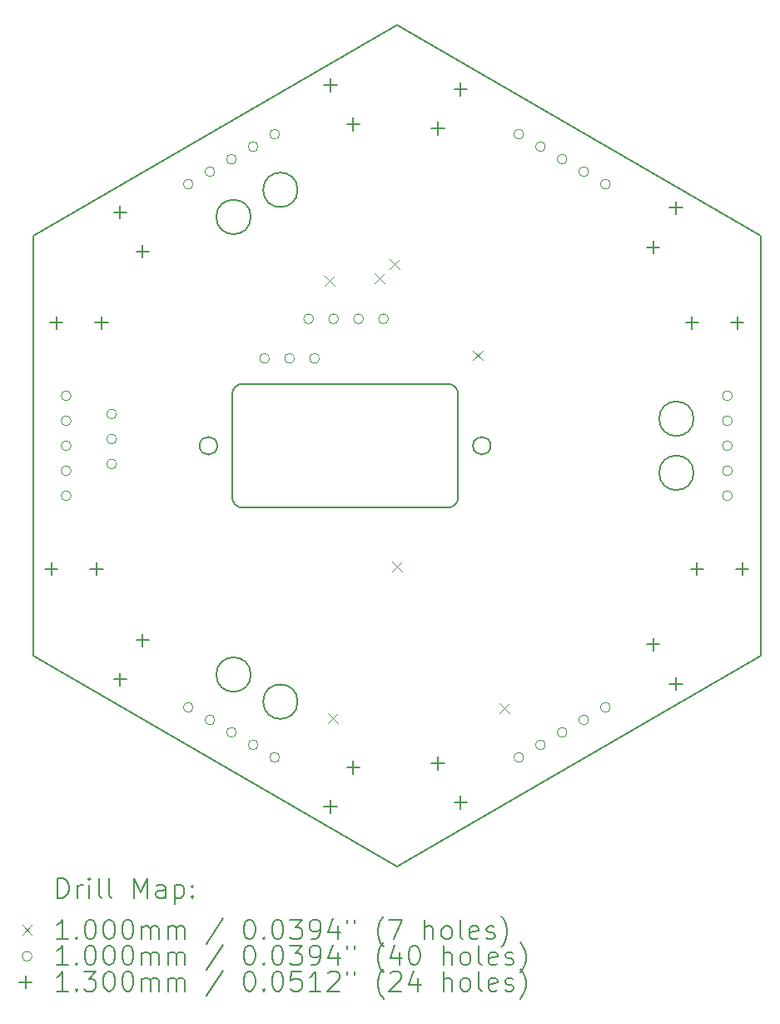
<source format=gbr>
%TF.GenerationSoftware,KiCad,Pcbnew,9.0.6*%
%TF.CreationDate,2025-12-02T12:48:34-05:00*%
%TF.ProjectId,ModuleBoard,4d6f6475-6c65-4426-9f61-72642e6b6963,0*%
%TF.SameCoordinates,Original*%
%TF.FileFunction,Drillmap*%
%TF.FilePolarity,Positive*%
%FSLAX45Y45*%
G04 Gerber Fmt 4.5, Leading zero omitted, Abs format (unit mm)*
G04 Created by KiCad (PCBNEW 9.0.6) date 2025-12-02 12:48:34*
%MOMM*%
%LPD*%
G01*
G04 APERTURE LIST*
%ADD10C,0.200000*%
%ADD11C,0.100000*%
%ADD12C,0.130000*%
G04 APERTURE END LIST*
D10*
X15212000Y-6744000D02*
X18912000Y-4607804D01*
X22612000Y-11016392D02*
X18912000Y-13152588D01*
X18912000Y-13152588D02*
X15212000Y-11016392D01*
X15212000Y-11016392D02*
X15212000Y-6744000D01*
X21930888Y-9155196D02*
G75*
G02*
X21580368Y-9155196I-175260J0D01*
G01*
X21580368Y-9155196D02*
G75*
G02*
X21930888Y-9155196I175260J0D01*
G01*
X19537000Y-9400196D02*
G75*
G02*
X19427000Y-9510200I-110000J-4D01*
G01*
X17087450Y-8880196D02*
G75*
G02*
X16906450Y-8880196I-90500J0D01*
G01*
X16906450Y-8880196D02*
G75*
G02*
X17087450Y-8880196I90500J0D01*
G01*
X17347000Y-9510196D02*
G75*
G02*
X17237004Y-9400196I0J109996D01*
G01*
X19427000Y-9510196D02*
X17347000Y-9510196D01*
X19427000Y-8250196D02*
G75*
G02*
X19537004Y-8360196I0J-110004D01*
G01*
X19427000Y-8250196D02*
X17347000Y-8250196D01*
X19867550Y-8880196D02*
G75*
G02*
X19686550Y-8880196I-90500J0D01*
G01*
X19686550Y-8880196D02*
G75*
G02*
X19867550Y-8880196I90500J0D01*
G01*
X17903603Y-11480350D02*
G75*
G02*
X17553083Y-11480350I-175260J0D01*
G01*
X17553083Y-11480350D02*
G75*
G02*
X17903603Y-11480350I175260J0D01*
G01*
X21930888Y-8605196D02*
G75*
G02*
X21580368Y-8605196I-175260J0D01*
G01*
X21580368Y-8605196D02*
G75*
G02*
X21930888Y-8605196I175260J0D01*
G01*
X19537000Y-9400196D02*
X19537000Y-8360196D01*
X17427289Y-6555042D02*
G75*
G02*
X17076769Y-6555042I-175260J0D01*
G01*
X17076769Y-6555042D02*
G75*
G02*
X17427289Y-6555042I175260J0D01*
G01*
X17427289Y-11205350D02*
G75*
G02*
X17076769Y-11205350I-175260J0D01*
G01*
X17076769Y-11205350D02*
G75*
G02*
X17427289Y-11205350I175260J0D01*
G01*
X22612000Y-6744000D02*
X22612000Y-11016392D01*
X18912000Y-4607804D02*
X22612000Y-6744000D01*
X17237000Y-9400196D02*
X17237000Y-8360196D01*
X17903603Y-6280042D02*
G75*
G02*
X17553083Y-6280042I-175260J0D01*
G01*
X17553083Y-6280042D02*
G75*
G02*
X17903603Y-6280042I175260J0D01*
G01*
X17237000Y-8360196D02*
G75*
G02*
X17347000Y-8250200I110000J-4D01*
G01*
D11*
X18176000Y-7153000D02*
X18276000Y-7253000D01*
X18276000Y-7153000D02*
X18176000Y-7253000D01*
X18212000Y-11597000D02*
X18312000Y-11697000D01*
X18312000Y-11597000D02*
X18212000Y-11697000D01*
X18690000Y-7129000D02*
X18790000Y-7229000D01*
X18790000Y-7129000D02*
X18690000Y-7229000D01*
X18840000Y-6985000D02*
X18940000Y-7085000D01*
X18940000Y-6985000D02*
X18840000Y-7085000D01*
X18868000Y-10057000D02*
X18968000Y-10157000D01*
X18968000Y-10057000D02*
X18868000Y-10157000D01*
X19685353Y-7912353D02*
X19785353Y-8012353D01*
X19785353Y-7912353D02*
X19685353Y-8012353D01*
X19957000Y-11496000D02*
X20057000Y-11596000D01*
X20057000Y-11496000D02*
X19957000Y-11596000D01*
X15599000Y-8372200D02*
G75*
G02*
X15499000Y-8372200I-50000J0D01*
G01*
X15499000Y-8372200D02*
G75*
G02*
X15599000Y-8372200I50000J0D01*
G01*
X15599000Y-8626200D02*
G75*
G02*
X15499000Y-8626200I-50000J0D01*
G01*
X15499000Y-8626200D02*
G75*
G02*
X15599000Y-8626200I50000J0D01*
G01*
X15599000Y-8880200D02*
G75*
G02*
X15499000Y-8880200I-50000J0D01*
G01*
X15499000Y-8880200D02*
G75*
G02*
X15599000Y-8880200I50000J0D01*
G01*
X15599000Y-9134200D02*
G75*
G02*
X15499000Y-9134200I-50000J0D01*
G01*
X15499000Y-9134200D02*
G75*
G02*
X15599000Y-9134200I50000J0D01*
G01*
X15599000Y-9388200D02*
G75*
G02*
X15499000Y-9388200I-50000J0D01*
G01*
X15499000Y-9388200D02*
G75*
G02*
X15599000Y-9388200I50000J0D01*
G01*
X16062000Y-8558000D02*
G75*
G02*
X15962000Y-8558000I-50000J0D01*
G01*
X15962000Y-8558000D02*
G75*
G02*
X16062000Y-8558000I50000J0D01*
G01*
X16062000Y-8812000D02*
G75*
G02*
X15962000Y-8812000I-50000J0D01*
G01*
X15962000Y-8812000D02*
G75*
G02*
X16062000Y-8812000I50000J0D01*
G01*
X16062000Y-9066000D02*
G75*
G02*
X15962000Y-9066000I-50000J0D01*
G01*
X15962000Y-9066000D02*
G75*
G02*
X16062000Y-9066000I50000J0D01*
G01*
X16840559Y-6221750D02*
G75*
G02*
X16740559Y-6221750I-50000J0D01*
G01*
X16740559Y-6221750D02*
G75*
G02*
X16840559Y-6221750I50000J0D01*
G01*
X16840559Y-11538690D02*
G75*
G02*
X16740559Y-11538690I-50000J0D01*
G01*
X16740559Y-11538690D02*
G75*
G02*
X16840559Y-11538690I50000J0D01*
G01*
X17060530Y-6094750D02*
G75*
G02*
X16960530Y-6094750I-50000J0D01*
G01*
X16960530Y-6094750D02*
G75*
G02*
X17060530Y-6094750I50000J0D01*
G01*
X17060530Y-11665690D02*
G75*
G02*
X16960530Y-11665690I-50000J0D01*
G01*
X16960530Y-11665690D02*
G75*
G02*
X17060530Y-11665690I50000J0D01*
G01*
X17280500Y-5967750D02*
G75*
G02*
X17180500Y-5967750I-50000J0D01*
G01*
X17180500Y-5967750D02*
G75*
G02*
X17280500Y-5967750I50000J0D01*
G01*
X17280500Y-11792690D02*
G75*
G02*
X17180500Y-11792690I-50000J0D01*
G01*
X17180500Y-11792690D02*
G75*
G02*
X17280500Y-11792690I50000J0D01*
G01*
X17500471Y-5840750D02*
G75*
G02*
X17400471Y-5840750I-50000J0D01*
G01*
X17400471Y-5840750D02*
G75*
G02*
X17500471Y-5840750I50000J0D01*
G01*
X17500471Y-11919690D02*
G75*
G02*
X17400471Y-11919690I-50000J0D01*
G01*
X17400471Y-11919690D02*
G75*
G02*
X17500471Y-11919690I50000J0D01*
G01*
X17617000Y-7992000D02*
G75*
G02*
X17517000Y-7992000I-50000J0D01*
G01*
X17517000Y-7992000D02*
G75*
G02*
X17617000Y-7992000I50000J0D01*
G01*
X17720441Y-5713750D02*
G75*
G02*
X17620441Y-5713750I-50000J0D01*
G01*
X17620441Y-5713750D02*
G75*
G02*
X17720441Y-5713750I50000J0D01*
G01*
X17720441Y-12046690D02*
G75*
G02*
X17620441Y-12046690I-50000J0D01*
G01*
X17620441Y-12046690D02*
G75*
G02*
X17720441Y-12046690I50000J0D01*
G01*
X17871000Y-7992000D02*
G75*
G02*
X17771000Y-7992000I-50000J0D01*
G01*
X17771000Y-7992000D02*
G75*
G02*
X17871000Y-7992000I50000J0D01*
G01*
X18065000Y-7590500D02*
G75*
G02*
X17965000Y-7590500I-50000J0D01*
G01*
X17965000Y-7590500D02*
G75*
G02*
X18065000Y-7590500I50000J0D01*
G01*
X18125000Y-7992000D02*
G75*
G02*
X18025000Y-7992000I-50000J0D01*
G01*
X18025000Y-7992000D02*
G75*
G02*
X18125000Y-7992000I50000J0D01*
G01*
X18319000Y-7590500D02*
G75*
G02*
X18219000Y-7590500I-50000J0D01*
G01*
X18219000Y-7590500D02*
G75*
G02*
X18319000Y-7590500I50000J0D01*
G01*
X18573000Y-7590500D02*
G75*
G02*
X18473000Y-7590500I-50000J0D01*
G01*
X18473000Y-7590500D02*
G75*
G02*
X18573000Y-7590500I50000J0D01*
G01*
X18827000Y-7590500D02*
G75*
G02*
X18727000Y-7590500I-50000J0D01*
G01*
X18727000Y-7590500D02*
G75*
G02*
X18827000Y-7590500I50000J0D01*
G01*
X20203559Y-5713750D02*
G75*
G02*
X20103559Y-5713750I-50000J0D01*
G01*
X20103559Y-5713750D02*
G75*
G02*
X20203559Y-5713750I50000J0D01*
G01*
X20203559Y-12046640D02*
G75*
G02*
X20103559Y-12046640I-50000J0D01*
G01*
X20103559Y-12046640D02*
G75*
G02*
X20203559Y-12046640I50000J0D01*
G01*
X20423530Y-5840750D02*
G75*
G02*
X20323530Y-5840750I-50000J0D01*
G01*
X20323530Y-5840750D02*
G75*
G02*
X20423530Y-5840750I50000J0D01*
G01*
X20423530Y-11919640D02*
G75*
G02*
X20323530Y-11919640I-50000J0D01*
G01*
X20323530Y-11919640D02*
G75*
G02*
X20423530Y-11919640I50000J0D01*
G01*
X20643500Y-5967750D02*
G75*
G02*
X20543500Y-5967750I-50000J0D01*
G01*
X20543500Y-5967750D02*
G75*
G02*
X20643500Y-5967750I50000J0D01*
G01*
X20643500Y-11792640D02*
G75*
G02*
X20543500Y-11792640I-50000J0D01*
G01*
X20543500Y-11792640D02*
G75*
G02*
X20643500Y-11792640I50000J0D01*
G01*
X20863471Y-6094750D02*
G75*
G02*
X20763471Y-6094750I-50000J0D01*
G01*
X20763471Y-6094750D02*
G75*
G02*
X20863471Y-6094750I50000J0D01*
G01*
X20863471Y-11665640D02*
G75*
G02*
X20763471Y-11665640I-50000J0D01*
G01*
X20763471Y-11665640D02*
G75*
G02*
X20863471Y-11665640I50000J0D01*
G01*
X21083441Y-6221750D02*
G75*
G02*
X20983441Y-6221750I-50000J0D01*
G01*
X20983441Y-6221750D02*
G75*
G02*
X21083441Y-6221750I50000J0D01*
G01*
X21083441Y-11538640D02*
G75*
G02*
X20983441Y-11538640I-50000J0D01*
G01*
X20983441Y-11538640D02*
G75*
G02*
X21083441Y-11538640I50000J0D01*
G01*
X22325000Y-8372200D02*
G75*
G02*
X22225000Y-8372200I-50000J0D01*
G01*
X22225000Y-8372200D02*
G75*
G02*
X22325000Y-8372200I50000J0D01*
G01*
X22325000Y-8626200D02*
G75*
G02*
X22225000Y-8626200I-50000J0D01*
G01*
X22225000Y-8626200D02*
G75*
G02*
X22325000Y-8626200I50000J0D01*
G01*
X22325000Y-8880200D02*
G75*
G02*
X22225000Y-8880200I-50000J0D01*
G01*
X22225000Y-8880200D02*
G75*
G02*
X22325000Y-8880200I50000J0D01*
G01*
X22325000Y-9134200D02*
G75*
G02*
X22225000Y-9134200I-50000J0D01*
G01*
X22225000Y-9134200D02*
G75*
G02*
X22325000Y-9134200I50000J0D01*
G01*
X22325000Y-9388200D02*
G75*
G02*
X22225000Y-9388200I-50000J0D01*
G01*
X22225000Y-9388200D02*
G75*
G02*
X22325000Y-9388200I50000J0D01*
G01*
D12*
X15399000Y-10065200D02*
X15399000Y-10195200D01*
X15334000Y-10130200D02*
X15464000Y-10130200D01*
X15449000Y-7565200D02*
X15449000Y-7695200D01*
X15384000Y-7630200D02*
X15514000Y-7630200D01*
X15859000Y-10065200D02*
X15859000Y-10195200D01*
X15794000Y-10130200D02*
X15924000Y-10130200D01*
X15909000Y-7565200D02*
X15909000Y-7695200D01*
X15844000Y-7630200D02*
X15974000Y-7630200D01*
X16097968Y-6441147D02*
X16097968Y-6571147D01*
X16032968Y-6506147D02*
X16162968Y-6506147D01*
X16097968Y-11189292D02*
X16097968Y-11319292D01*
X16032968Y-11254292D02*
X16162968Y-11254292D01*
X16327968Y-6839519D02*
X16327968Y-6969519D01*
X16262968Y-6904519D02*
X16392968Y-6904519D01*
X16327968Y-10790921D02*
X16327968Y-10920921D01*
X16262968Y-10855921D02*
X16392968Y-10855921D01*
X18238032Y-5147846D02*
X18238032Y-5277846D01*
X18173032Y-5212846D02*
X18303032Y-5212846D01*
X18238032Y-12482594D02*
X18238032Y-12612594D01*
X18173032Y-12547594D02*
X18303032Y-12547594D01*
X18468032Y-5546218D02*
X18468032Y-5676218D01*
X18403032Y-5611218D02*
X18533032Y-5611218D01*
X18468032Y-12084222D02*
X18468032Y-12214222D01*
X18403032Y-12149222D02*
X18533032Y-12149222D01*
X19330968Y-5589519D02*
X19330968Y-5719519D01*
X19265968Y-5654519D02*
X19395968Y-5654519D01*
X19330968Y-12040871D02*
X19330968Y-12170871D01*
X19265968Y-12105871D02*
X19395968Y-12105871D01*
X19560968Y-5191148D02*
X19560968Y-5321148D01*
X19495968Y-5256148D02*
X19625968Y-5256148D01*
X19560968Y-12439242D02*
X19560968Y-12569242D01*
X19495968Y-12504242D02*
X19625968Y-12504242D01*
X21521032Y-6796218D02*
X21521032Y-6926218D01*
X21456032Y-6861218D02*
X21586032Y-6861218D01*
X21521032Y-10834172D02*
X21521032Y-10964172D01*
X21456032Y-10899172D02*
X21586032Y-10899172D01*
X21751032Y-6397846D02*
X21751032Y-6527846D01*
X21686032Y-6462846D02*
X21816032Y-6462846D01*
X21751032Y-11232544D02*
X21751032Y-11362544D01*
X21686032Y-11297544D02*
X21816032Y-11297544D01*
X21915000Y-7565200D02*
X21915000Y-7695200D01*
X21850000Y-7630200D02*
X21980000Y-7630200D01*
X21965000Y-10065200D02*
X21965000Y-10195200D01*
X21900000Y-10130200D02*
X22030000Y-10130200D01*
X22375000Y-7565200D02*
X22375000Y-7695200D01*
X22310000Y-7630200D02*
X22440000Y-7630200D01*
X22425000Y-10065200D02*
X22425000Y-10195200D01*
X22360000Y-10130200D02*
X22490000Y-10130200D01*
D10*
X15462777Y-13474072D02*
X15462777Y-13274072D01*
X15462777Y-13274072D02*
X15510396Y-13274072D01*
X15510396Y-13274072D02*
X15538967Y-13283596D01*
X15538967Y-13283596D02*
X15558015Y-13302643D01*
X15558015Y-13302643D02*
X15567539Y-13321691D01*
X15567539Y-13321691D02*
X15577062Y-13359786D01*
X15577062Y-13359786D02*
X15577062Y-13388357D01*
X15577062Y-13388357D02*
X15567539Y-13426453D01*
X15567539Y-13426453D02*
X15558015Y-13445500D01*
X15558015Y-13445500D02*
X15538967Y-13464548D01*
X15538967Y-13464548D02*
X15510396Y-13474072D01*
X15510396Y-13474072D02*
X15462777Y-13474072D01*
X15662777Y-13474072D02*
X15662777Y-13340738D01*
X15662777Y-13378834D02*
X15672301Y-13359786D01*
X15672301Y-13359786D02*
X15681824Y-13350262D01*
X15681824Y-13350262D02*
X15700872Y-13340738D01*
X15700872Y-13340738D02*
X15719920Y-13340738D01*
X15786586Y-13474072D02*
X15786586Y-13340738D01*
X15786586Y-13274072D02*
X15777062Y-13283596D01*
X15777062Y-13283596D02*
X15786586Y-13293119D01*
X15786586Y-13293119D02*
X15796110Y-13283596D01*
X15796110Y-13283596D02*
X15786586Y-13274072D01*
X15786586Y-13274072D02*
X15786586Y-13293119D01*
X15910396Y-13474072D02*
X15891348Y-13464548D01*
X15891348Y-13464548D02*
X15881824Y-13445500D01*
X15881824Y-13445500D02*
X15881824Y-13274072D01*
X16015158Y-13474072D02*
X15996110Y-13464548D01*
X15996110Y-13464548D02*
X15986586Y-13445500D01*
X15986586Y-13445500D02*
X15986586Y-13274072D01*
X16243729Y-13474072D02*
X16243729Y-13274072D01*
X16243729Y-13274072D02*
X16310396Y-13416929D01*
X16310396Y-13416929D02*
X16377062Y-13274072D01*
X16377062Y-13274072D02*
X16377062Y-13474072D01*
X16558015Y-13474072D02*
X16558015Y-13369310D01*
X16558015Y-13369310D02*
X16548491Y-13350262D01*
X16548491Y-13350262D02*
X16529443Y-13340738D01*
X16529443Y-13340738D02*
X16491348Y-13340738D01*
X16491348Y-13340738D02*
X16472301Y-13350262D01*
X16558015Y-13464548D02*
X16538967Y-13474072D01*
X16538967Y-13474072D02*
X16491348Y-13474072D01*
X16491348Y-13474072D02*
X16472301Y-13464548D01*
X16472301Y-13464548D02*
X16462777Y-13445500D01*
X16462777Y-13445500D02*
X16462777Y-13426453D01*
X16462777Y-13426453D02*
X16472301Y-13407405D01*
X16472301Y-13407405D02*
X16491348Y-13397881D01*
X16491348Y-13397881D02*
X16538967Y-13397881D01*
X16538967Y-13397881D02*
X16558015Y-13388357D01*
X16653253Y-13340738D02*
X16653253Y-13540738D01*
X16653253Y-13350262D02*
X16672301Y-13340738D01*
X16672301Y-13340738D02*
X16710396Y-13340738D01*
X16710396Y-13340738D02*
X16729443Y-13350262D01*
X16729443Y-13350262D02*
X16738967Y-13359786D01*
X16738967Y-13359786D02*
X16748491Y-13378834D01*
X16748491Y-13378834D02*
X16748491Y-13435976D01*
X16748491Y-13435976D02*
X16738967Y-13455024D01*
X16738967Y-13455024D02*
X16729443Y-13464548D01*
X16729443Y-13464548D02*
X16710396Y-13474072D01*
X16710396Y-13474072D02*
X16672301Y-13474072D01*
X16672301Y-13474072D02*
X16653253Y-13464548D01*
X16834205Y-13455024D02*
X16843729Y-13464548D01*
X16843729Y-13464548D02*
X16834205Y-13474072D01*
X16834205Y-13474072D02*
X16824682Y-13464548D01*
X16824682Y-13464548D02*
X16834205Y-13455024D01*
X16834205Y-13455024D02*
X16834205Y-13474072D01*
X16834205Y-13350262D02*
X16843729Y-13359786D01*
X16843729Y-13359786D02*
X16834205Y-13369310D01*
X16834205Y-13369310D02*
X16824682Y-13359786D01*
X16824682Y-13359786D02*
X16834205Y-13350262D01*
X16834205Y-13350262D02*
X16834205Y-13369310D01*
D11*
X15102000Y-13752588D02*
X15202000Y-13852588D01*
X15202000Y-13752588D02*
X15102000Y-13852588D01*
D10*
X15567539Y-13894072D02*
X15453253Y-13894072D01*
X15510396Y-13894072D02*
X15510396Y-13694072D01*
X15510396Y-13694072D02*
X15491348Y-13722643D01*
X15491348Y-13722643D02*
X15472301Y-13741691D01*
X15472301Y-13741691D02*
X15453253Y-13751215D01*
X15653253Y-13875024D02*
X15662777Y-13884548D01*
X15662777Y-13884548D02*
X15653253Y-13894072D01*
X15653253Y-13894072D02*
X15643729Y-13884548D01*
X15643729Y-13884548D02*
X15653253Y-13875024D01*
X15653253Y-13875024D02*
X15653253Y-13894072D01*
X15786586Y-13694072D02*
X15805634Y-13694072D01*
X15805634Y-13694072D02*
X15824682Y-13703596D01*
X15824682Y-13703596D02*
X15834205Y-13713119D01*
X15834205Y-13713119D02*
X15843729Y-13732167D01*
X15843729Y-13732167D02*
X15853253Y-13770262D01*
X15853253Y-13770262D02*
X15853253Y-13817881D01*
X15853253Y-13817881D02*
X15843729Y-13855976D01*
X15843729Y-13855976D02*
X15834205Y-13875024D01*
X15834205Y-13875024D02*
X15824682Y-13884548D01*
X15824682Y-13884548D02*
X15805634Y-13894072D01*
X15805634Y-13894072D02*
X15786586Y-13894072D01*
X15786586Y-13894072D02*
X15767539Y-13884548D01*
X15767539Y-13884548D02*
X15758015Y-13875024D01*
X15758015Y-13875024D02*
X15748491Y-13855976D01*
X15748491Y-13855976D02*
X15738967Y-13817881D01*
X15738967Y-13817881D02*
X15738967Y-13770262D01*
X15738967Y-13770262D02*
X15748491Y-13732167D01*
X15748491Y-13732167D02*
X15758015Y-13713119D01*
X15758015Y-13713119D02*
X15767539Y-13703596D01*
X15767539Y-13703596D02*
X15786586Y-13694072D01*
X15977062Y-13694072D02*
X15996110Y-13694072D01*
X15996110Y-13694072D02*
X16015158Y-13703596D01*
X16015158Y-13703596D02*
X16024682Y-13713119D01*
X16024682Y-13713119D02*
X16034205Y-13732167D01*
X16034205Y-13732167D02*
X16043729Y-13770262D01*
X16043729Y-13770262D02*
X16043729Y-13817881D01*
X16043729Y-13817881D02*
X16034205Y-13855976D01*
X16034205Y-13855976D02*
X16024682Y-13875024D01*
X16024682Y-13875024D02*
X16015158Y-13884548D01*
X16015158Y-13884548D02*
X15996110Y-13894072D01*
X15996110Y-13894072D02*
X15977062Y-13894072D01*
X15977062Y-13894072D02*
X15958015Y-13884548D01*
X15958015Y-13884548D02*
X15948491Y-13875024D01*
X15948491Y-13875024D02*
X15938967Y-13855976D01*
X15938967Y-13855976D02*
X15929443Y-13817881D01*
X15929443Y-13817881D02*
X15929443Y-13770262D01*
X15929443Y-13770262D02*
X15938967Y-13732167D01*
X15938967Y-13732167D02*
X15948491Y-13713119D01*
X15948491Y-13713119D02*
X15958015Y-13703596D01*
X15958015Y-13703596D02*
X15977062Y-13694072D01*
X16167539Y-13694072D02*
X16186586Y-13694072D01*
X16186586Y-13694072D02*
X16205634Y-13703596D01*
X16205634Y-13703596D02*
X16215158Y-13713119D01*
X16215158Y-13713119D02*
X16224682Y-13732167D01*
X16224682Y-13732167D02*
X16234205Y-13770262D01*
X16234205Y-13770262D02*
X16234205Y-13817881D01*
X16234205Y-13817881D02*
X16224682Y-13855976D01*
X16224682Y-13855976D02*
X16215158Y-13875024D01*
X16215158Y-13875024D02*
X16205634Y-13884548D01*
X16205634Y-13884548D02*
X16186586Y-13894072D01*
X16186586Y-13894072D02*
X16167539Y-13894072D01*
X16167539Y-13894072D02*
X16148491Y-13884548D01*
X16148491Y-13884548D02*
X16138967Y-13875024D01*
X16138967Y-13875024D02*
X16129443Y-13855976D01*
X16129443Y-13855976D02*
X16119920Y-13817881D01*
X16119920Y-13817881D02*
X16119920Y-13770262D01*
X16119920Y-13770262D02*
X16129443Y-13732167D01*
X16129443Y-13732167D02*
X16138967Y-13713119D01*
X16138967Y-13713119D02*
X16148491Y-13703596D01*
X16148491Y-13703596D02*
X16167539Y-13694072D01*
X16319920Y-13894072D02*
X16319920Y-13760738D01*
X16319920Y-13779786D02*
X16329443Y-13770262D01*
X16329443Y-13770262D02*
X16348491Y-13760738D01*
X16348491Y-13760738D02*
X16377063Y-13760738D01*
X16377063Y-13760738D02*
X16396110Y-13770262D01*
X16396110Y-13770262D02*
X16405634Y-13789310D01*
X16405634Y-13789310D02*
X16405634Y-13894072D01*
X16405634Y-13789310D02*
X16415158Y-13770262D01*
X16415158Y-13770262D02*
X16434205Y-13760738D01*
X16434205Y-13760738D02*
X16462777Y-13760738D01*
X16462777Y-13760738D02*
X16481824Y-13770262D01*
X16481824Y-13770262D02*
X16491348Y-13789310D01*
X16491348Y-13789310D02*
X16491348Y-13894072D01*
X16586586Y-13894072D02*
X16586586Y-13760738D01*
X16586586Y-13779786D02*
X16596110Y-13770262D01*
X16596110Y-13770262D02*
X16615158Y-13760738D01*
X16615158Y-13760738D02*
X16643729Y-13760738D01*
X16643729Y-13760738D02*
X16662777Y-13770262D01*
X16662777Y-13770262D02*
X16672301Y-13789310D01*
X16672301Y-13789310D02*
X16672301Y-13894072D01*
X16672301Y-13789310D02*
X16681824Y-13770262D01*
X16681824Y-13770262D02*
X16700872Y-13760738D01*
X16700872Y-13760738D02*
X16729443Y-13760738D01*
X16729443Y-13760738D02*
X16748491Y-13770262D01*
X16748491Y-13770262D02*
X16758015Y-13789310D01*
X16758015Y-13789310D02*
X16758015Y-13894072D01*
X17148491Y-13684548D02*
X16977063Y-13941691D01*
X17405634Y-13694072D02*
X17424682Y-13694072D01*
X17424682Y-13694072D02*
X17443729Y-13703596D01*
X17443729Y-13703596D02*
X17453253Y-13713119D01*
X17453253Y-13713119D02*
X17462777Y-13732167D01*
X17462777Y-13732167D02*
X17472301Y-13770262D01*
X17472301Y-13770262D02*
X17472301Y-13817881D01*
X17472301Y-13817881D02*
X17462777Y-13855976D01*
X17462777Y-13855976D02*
X17453253Y-13875024D01*
X17453253Y-13875024D02*
X17443729Y-13884548D01*
X17443729Y-13884548D02*
X17424682Y-13894072D01*
X17424682Y-13894072D02*
X17405634Y-13894072D01*
X17405634Y-13894072D02*
X17386587Y-13884548D01*
X17386587Y-13884548D02*
X17377063Y-13875024D01*
X17377063Y-13875024D02*
X17367539Y-13855976D01*
X17367539Y-13855976D02*
X17358015Y-13817881D01*
X17358015Y-13817881D02*
X17358015Y-13770262D01*
X17358015Y-13770262D02*
X17367539Y-13732167D01*
X17367539Y-13732167D02*
X17377063Y-13713119D01*
X17377063Y-13713119D02*
X17386587Y-13703596D01*
X17386587Y-13703596D02*
X17405634Y-13694072D01*
X17558015Y-13875024D02*
X17567539Y-13884548D01*
X17567539Y-13884548D02*
X17558015Y-13894072D01*
X17558015Y-13894072D02*
X17548491Y-13884548D01*
X17548491Y-13884548D02*
X17558015Y-13875024D01*
X17558015Y-13875024D02*
X17558015Y-13894072D01*
X17691348Y-13694072D02*
X17710396Y-13694072D01*
X17710396Y-13694072D02*
X17729444Y-13703596D01*
X17729444Y-13703596D02*
X17738968Y-13713119D01*
X17738968Y-13713119D02*
X17748491Y-13732167D01*
X17748491Y-13732167D02*
X17758015Y-13770262D01*
X17758015Y-13770262D02*
X17758015Y-13817881D01*
X17758015Y-13817881D02*
X17748491Y-13855976D01*
X17748491Y-13855976D02*
X17738968Y-13875024D01*
X17738968Y-13875024D02*
X17729444Y-13884548D01*
X17729444Y-13884548D02*
X17710396Y-13894072D01*
X17710396Y-13894072D02*
X17691348Y-13894072D01*
X17691348Y-13894072D02*
X17672301Y-13884548D01*
X17672301Y-13884548D02*
X17662777Y-13875024D01*
X17662777Y-13875024D02*
X17653253Y-13855976D01*
X17653253Y-13855976D02*
X17643729Y-13817881D01*
X17643729Y-13817881D02*
X17643729Y-13770262D01*
X17643729Y-13770262D02*
X17653253Y-13732167D01*
X17653253Y-13732167D02*
X17662777Y-13713119D01*
X17662777Y-13713119D02*
X17672301Y-13703596D01*
X17672301Y-13703596D02*
X17691348Y-13694072D01*
X17824682Y-13694072D02*
X17948491Y-13694072D01*
X17948491Y-13694072D02*
X17881825Y-13770262D01*
X17881825Y-13770262D02*
X17910396Y-13770262D01*
X17910396Y-13770262D02*
X17929444Y-13779786D01*
X17929444Y-13779786D02*
X17938968Y-13789310D01*
X17938968Y-13789310D02*
X17948491Y-13808357D01*
X17948491Y-13808357D02*
X17948491Y-13855976D01*
X17948491Y-13855976D02*
X17938968Y-13875024D01*
X17938968Y-13875024D02*
X17929444Y-13884548D01*
X17929444Y-13884548D02*
X17910396Y-13894072D01*
X17910396Y-13894072D02*
X17853253Y-13894072D01*
X17853253Y-13894072D02*
X17834206Y-13884548D01*
X17834206Y-13884548D02*
X17824682Y-13875024D01*
X18043729Y-13894072D02*
X18081825Y-13894072D01*
X18081825Y-13894072D02*
X18100872Y-13884548D01*
X18100872Y-13884548D02*
X18110396Y-13875024D01*
X18110396Y-13875024D02*
X18129444Y-13846453D01*
X18129444Y-13846453D02*
X18138968Y-13808357D01*
X18138968Y-13808357D02*
X18138968Y-13732167D01*
X18138968Y-13732167D02*
X18129444Y-13713119D01*
X18129444Y-13713119D02*
X18119920Y-13703596D01*
X18119920Y-13703596D02*
X18100872Y-13694072D01*
X18100872Y-13694072D02*
X18062777Y-13694072D01*
X18062777Y-13694072D02*
X18043729Y-13703596D01*
X18043729Y-13703596D02*
X18034206Y-13713119D01*
X18034206Y-13713119D02*
X18024682Y-13732167D01*
X18024682Y-13732167D02*
X18024682Y-13779786D01*
X18024682Y-13779786D02*
X18034206Y-13798834D01*
X18034206Y-13798834D02*
X18043729Y-13808357D01*
X18043729Y-13808357D02*
X18062777Y-13817881D01*
X18062777Y-13817881D02*
X18100872Y-13817881D01*
X18100872Y-13817881D02*
X18119920Y-13808357D01*
X18119920Y-13808357D02*
X18129444Y-13798834D01*
X18129444Y-13798834D02*
X18138968Y-13779786D01*
X18310396Y-13760738D02*
X18310396Y-13894072D01*
X18262777Y-13684548D02*
X18215158Y-13827405D01*
X18215158Y-13827405D02*
X18338968Y-13827405D01*
X18405634Y-13694072D02*
X18405634Y-13732167D01*
X18481825Y-13694072D02*
X18481825Y-13732167D01*
X18777063Y-13970262D02*
X18767539Y-13960738D01*
X18767539Y-13960738D02*
X18748491Y-13932167D01*
X18748491Y-13932167D02*
X18738968Y-13913119D01*
X18738968Y-13913119D02*
X18729444Y-13884548D01*
X18729444Y-13884548D02*
X18719920Y-13836929D01*
X18719920Y-13836929D02*
X18719920Y-13798834D01*
X18719920Y-13798834D02*
X18729444Y-13751215D01*
X18729444Y-13751215D02*
X18738968Y-13722643D01*
X18738968Y-13722643D02*
X18748491Y-13703596D01*
X18748491Y-13703596D02*
X18767539Y-13675024D01*
X18767539Y-13675024D02*
X18777063Y-13665500D01*
X18834206Y-13694072D02*
X18967539Y-13694072D01*
X18967539Y-13694072D02*
X18881825Y-13894072D01*
X19196111Y-13894072D02*
X19196111Y-13694072D01*
X19281825Y-13894072D02*
X19281825Y-13789310D01*
X19281825Y-13789310D02*
X19272301Y-13770262D01*
X19272301Y-13770262D02*
X19253253Y-13760738D01*
X19253253Y-13760738D02*
X19224682Y-13760738D01*
X19224682Y-13760738D02*
X19205634Y-13770262D01*
X19205634Y-13770262D02*
X19196111Y-13779786D01*
X19405634Y-13894072D02*
X19386587Y-13884548D01*
X19386587Y-13884548D02*
X19377063Y-13875024D01*
X19377063Y-13875024D02*
X19367539Y-13855976D01*
X19367539Y-13855976D02*
X19367539Y-13798834D01*
X19367539Y-13798834D02*
X19377063Y-13779786D01*
X19377063Y-13779786D02*
X19386587Y-13770262D01*
X19386587Y-13770262D02*
X19405634Y-13760738D01*
X19405634Y-13760738D02*
X19434206Y-13760738D01*
X19434206Y-13760738D02*
X19453253Y-13770262D01*
X19453253Y-13770262D02*
X19462777Y-13779786D01*
X19462777Y-13779786D02*
X19472301Y-13798834D01*
X19472301Y-13798834D02*
X19472301Y-13855976D01*
X19472301Y-13855976D02*
X19462777Y-13875024D01*
X19462777Y-13875024D02*
X19453253Y-13884548D01*
X19453253Y-13884548D02*
X19434206Y-13894072D01*
X19434206Y-13894072D02*
X19405634Y-13894072D01*
X19586587Y-13894072D02*
X19567539Y-13884548D01*
X19567539Y-13884548D02*
X19558015Y-13865500D01*
X19558015Y-13865500D02*
X19558015Y-13694072D01*
X19738968Y-13884548D02*
X19719920Y-13894072D01*
X19719920Y-13894072D02*
X19681825Y-13894072D01*
X19681825Y-13894072D02*
X19662777Y-13884548D01*
X19662777Y-13884548D02*
X19653253Y-13865500D01*
X19653253Y-13865500D02*
X19653253Y-13789310D01*
X19653253Y-13789310D02*
X19662777Y-13770262D01*
X19662777Y-13770262D02*
X19681825Y-13760738D01*
X19681825Y-13760738D02*
X19719920Y-13760738D01*
X19719920Y-13760738D02*
X19738968Y-13770262D01*
X19738968Y-13770262D02*
X19748492Y-13789310D01*
X19748492Y-13789310D02*
X19748492Y-13808357D01*
X19748492Y-13808357D02*
X19653253Y-13827405D01*
X19824682Y-13884548D02*
X19843730Y-13894072D01*
X19843730Y-13894072D02*
X19881825Y-13894072D01*
X19881825Y-13894072D02*
X19900873Y-13884548D01*
X19900873Y-13884548D02*
X19910396Y-13865500D01*
X19910396Y-13865500D02*
X19910396Y-13855976D01*
X19910396Y-13855976D02*
X19900873Y-13836929D01*
X19900873Y-13836929D02*
X19881825Y-13827405D01*
X19881825Y-13827405D02*
X19853253Y-13827405D01*
X19853253Y-13827405D02*
X19834206Y-13817881D01*
X19834206Y-13817881D02*
X19824682Y-13798834D01*
X19824682Y-13798834D02*
X19824682Y-13789310D01*
X19824682Y-13789310D02*
X19834206Y-13770262D01*
X19834206Y-13770262D02*
X19853253Y-13760738D01*
X19853253Y-13760738D02*
X19881825Y-13760738D01*
X19881825Y-13760738D02*
X19900873Y-13770262D01*
X19977063Y-13970262D02*
X19986587Y-13960738D01*
X19986587Y-13960738D02*
X20005634Y-13932167D01*
X20005634Y-13932167D02*
X20015158Y-13913119D01*
X20015158Y-13913119D02*
X20024682Y-13884548D01*
X20024682Y-13884548D02*
X20034206Y-13836929D01*
X20034206Y-13836929D02*
X20034206Y-13798834D01*
X20034206Y-13798834D02*
X20024682Y-13751215D01*
X20024682Y-13751215D02*
X20015158Y-13722643D01*
X20015158Y-13722643D02*
X20005634Y-13703596D01*
X20005634Y-13703596D02*
X19986587Y-13675024D01*
X19986587Y-13675024D02*
X19977063Y-13665500D01*
D11*
X15202000Y-14066588D02*
G75*
G02*
X15102000Y-14066588I-50000J0D01*
G01*
X15102000Y-14066588D02*
G75*
G02*
X15202000Y-14066588I50000J0D01*
G01*
D10*
X15567539Y-14158072D02*
X15453253Y-14158072D01*
X15510396Y-14158072D02*
X15510396Y-13958072D01*
X15510396Y-13958072D02*
X15491348Y-13986643D01*
X15491348Y-13986643D02*
X15472301Y-14005691D01*
X15472301Y-14005691D02*
X15453253Y-14015215D01*
X15653253Y-14139024D02*
X15662777Y-14148548D01*
X15662777Y-14148548D02*
X15653253Y-14158072D01*
X15653253Y-14158072D02*
X15643729Y-14148548D01*
X15643729Y-14148548D02*
X15653253Y-14139024D01*
X15653253Y-14139024D02*
X15653253Y-14158072D01*
X15786586Y-13958072D02*
X15805634Y-13958072D01*
X15805634Y-13958072D02*
X15824682Y-13967596D01*
X15824682Y-13967596D02*
X15834205Y-13977119D01*
X15834205Y-13977119D02*
X15843729Y-13996167D01*
X15843729Y-13996167D02*
X15853253Y-14034262D01*
X15853253Y-14034262D02*
X15853253Y-14081881D01*
X15853253Y-14081881D02*
X15843729Y-14119976D01*
X15843729Y-14119976D02*
X15834205Y-14139024D01*
X15834205Y-14139024D02*
X15824682Y-14148548D01*
X15824682Y-14148548D02*
X15805634Y-14158072D01*
X15805634Y-14158072D02*
X15786586Y-14158072D01*
X15786586Y-14158072D02*
X15767539Y-14148548D01*
X15767539Y-14148548D02*
X15758015Y-14139024D01*
X15758015Y-14139024D02*
X15748491Y-14119976D01*
X15748491Y-14119976D02*
X15738967Y-14081881D01*
X15738967Y-14081881D02*
X15738967Y-14034262D01*
X15738967Y-14034262D02*
X15748491Y-13996167D01*
X15748491Y-13996167D02*
X15758015Y-13977119D01*
X15758015Y-13977119D02*
X15767539Y-13967596D01*
X15767539Y-13967596D02*
X15786586Y-13958072D01*
X15977062Y-13958072D02*
X15996110Y-13958072D01*
X15996110Y-13958072D02*
X16015158Y-13967596D01*
X16015158Y-13967596D02*
X16024682Y-13977119D01*
X16024682Y-13977119D02*
X16034205Y-13996167D01*
X16034205Y-13996167D02*
X16043729Y-14034262D01*
X16043729Y-14034262D02*
X16043729Y-14081881D01*
X16043729Y-14081881D02*
X16034205Y-14119976D01*
X16034205Y-14119976D02*
X16024682Y-14139024D01*
X16024682Y-14139024D02*
X16015158Y-14148548D01*
X16015158Y-14148548D02*
X15996110Y-14158072D01*
X15996110Y-14158072D02*
X15977062Y-14158072D01*
X15977062Y-14158072D02*
X15958015Y-14148548D01*
X15958015Y-14148548D02*
X15948491Y-14139024D01*
X15948491Y-14139024D02*
X15938967Y-14119976D01*
X15938967Y-14119976D02*
X15929443Y-14081881D01*
X15929443Y-14081881D02*
X15929443Y-14034262D01*
X15929443Y-14034262D02*
X15938967Y-13996167D01*
X15938967Y-13996167D02*
X15948491Y-13977119D01*
X15948491Y-13977119D02*
X15958015Y-13967596D01*
X15958015Y-13967596D02*
X15977062Y-13958072D01*
X16167539Y-13958072D02*
X16186586Y-13958072D01*
X16186586Y-13958072D02*
X16205634Y-13967596D01*
X16205634Y-13967596D02*
X16215158Y-13977119D01*
X16215158Y-13977119D02*
X16224682Y-13996167D01*
X16224682Y-13996167D02*
X16234205Y-14034262D01*
X16234205Y-14034262D02*
X16234205Y-14081881D01*
X16234205Y-14081881D02*
X16224682Y-14119976D01*
X16224682Y-14119976D02*
X16215158Y-14139024D01*
X16215158Y-14139024D02*
X16205634Y-14148548D01*
X16205634Y-14148548D02*
X16186586Y-14158072D01*
X16186586Y-14158072D02*
X16167539Y-14158072D01*
X16167539Y-14158072D02*
X16148491Y-14148548D01*
X16148491Y-14148548D02*
X16138967Y-14139024D01*
X16138967Y-14139024D02*
X16129443Y-14119976D01*
X16129443Y-14119976D02*
X16119920Y-14081881D01*
X16119920Y-14081881D02*
X16119920Y-14034262D01*
X16119920Y-14034262D02*
X16129443Y-13996167D01*
X16129443Y-13996167D02*
X16138967Y-13977119D01*
X16138967Y-13977119D02*
X16148491Y-13967596D01*
X16148491Y-13967596D02*
X16167539Y-13958072D01*
X16319920Y-14158072D02*
X16319920Y-14024738D01*
X16319920Y-14043786D02*
X16329443Y-14034262D01*
X16329443Y-14034262D02*
X16348491Y-14024738D01*
X16348491Y-14024738D02*
X16377063Y-14024738D01*
X16377063Y-14024738D02*
X16396110Y-14034262D01*
X16396110Y-14034262D02*
X16405634Y-14053310D01*
X16405634Y-14053310D02*
X16405634Y-14158072D01*
X16405634Y-14053310D02*
X16415158Y-14034262D01*
X16415158Y-14034262D02*
X16434205Y-14024738D01*
X16434205Y-14024738D02*
X16462777Y-14024738D01*
X16462777Y-14024738D02*
X16481824Y-14034262D01*
X16481824Y-14034262D02*
X16491348Y-14053310D01*
X16491348Y-14053310D02*
X16491348Y-14158072D01*
X16586586Y-14158072D02*
X16586586Y-14024738D01*
X16586586Y-14043786D02*
X16596110Y-14034262D01*
X16596110Y-14034262D02*
X16615158Y-14024738D01*
X16615158Y-14024738D02*
X16643729Y-14024738D01*
X16643729Y-14024738D02*
X16662777Y-14034262D01*
X16662777Y-14034262D02*
X16672301Y-14053310D01*
X16672301Y-14053310D02*
X16672301Y-14158072D01*
X16672301Y-14053310D02*
X16681824Y-14034262D01*
X16681824Y-14034262D02*
X16700872Y-14024738D01*
X16700872Y-14024738D02*
X16729443Y-14024738D01*
X16729443Y-14024738D02*
X16748491Y-14034262D01*
X16748491Y-14034262D02*
X16758015Y-14053310D01*
X16758015Y-14053310D02*
X16758015Y-14158072D01*
X17148491Y-13948548D02*
X16977063Y-14205691D01*
X17405634Y-13958072D02*
X17424682Y-13958072D01*
X17424682Y-13958072D02*
X17443729Y-13967596D01*
X17443729Y-13967596D02*
X17453253Y-13977119D01*
X17453253Y-13977119D02*
X17462777Y-13996167D01*
X17462777Y-13996167D02*
X17472301Y-14034262D01*
X17472301Y-14034262D02*
X17472301Y-14081881D01*
X17472301Y-14081881D02*
X17462777Y-14119976D01*
X17462777Y-14119976D02*
X17453253Y-14139024D01*
X17453253Y-14139024D02*
X17443729Y-14148548D01*
X17443729Y-14148548D02*
X17424682Y-14158072D01*
X17424682Y-14158072D02*
X17405634Y-14158072D01*
X17405634Y-14158072D02*
X17386587Y-14148548D01*
X17386587Y-14148548D02*
X17377063Y-14139024D01*
X17377063Y-14139024D02*
X17367539Y-14119976D01*
X17367539Y-14119976D02*
X17358015Y-14081881D01*
X17358015Y-14081881D02*
X17358015Y-14034262D01*
X17358015Y-14034262D02*
X17367539Y-13996167D01*
X17367539Y-13996167D02*
X17377063Y-13977119D01*
X17377063Y-13977119D02*
X17386587Y-13967596D01*
X17386587Y-13967596D02*
X17405634Y-13958072D01*
X17558015Y-14139024D02*
X17567539Y-14148548D01*
X17567539Y-14148548D02*
X17558015Y-14158072D01*
X17558015Y-14158072D02*
X17548491Y-14148548D01*
X17548491Y-14148548D02*
X17558015Y-14139024D01*
X17558015Y-14139024D02*
X17558015Y-14158072D01*
X17691348Y-13958072D02*
X17710396Y-13958072D01*
X17710396Y-13958072D02*
X17729444Y-13967596D01*
X17729444Y-13967596D02*
X17738968Y-13977119D01*
X17738968Y-13977119D02*
X17748491Y-13996167D01*
X17748491Y-13996167D02*
X17758015Y-14034262D01*
X17758015Y-14034262D02*
X17758015Y-14081881D01*
X17758015Y-14081881D02*
X17748491Y-14119976D01*
X17748491Y-14119976D02*
X17738968Y-14139024D01*
X17738968Y-14139024D02*
X17729444Y-14148548D01*
X17729444Y-14148548D02*
X17710396Y-14158072D01*
X17710396Y-14158072D02*
X17691348Y-14158072D01*
X17691348Y-14158072D02*
X17672301Y-14148548D01*
X17672301Y-14148548D02*
X17662777Y-14139024D01*
X17662777Y-14139024D02*
X17653253Y-14119976D01*
X17653253Y-14119976D02*
X17643729Y-14081881D01*
X17643729Y-14081881D02*
X17643729Y-14034262D01*
X17643729Y-14034262D02*
X17653253Y-13996167D01*
X17653253Y-13996167D02*
X17662777Y-13977119D01*
X17662777Y-13977119D02*
X17672301Y-13967596D01*
X17672301Y-13967596D02*
X17691348Y-13958072D01*
X17824682Y-13958072D02*
X17948491Y-13958072D01*
X17948491Y-13958072D02*
X17881825Y-14034262D01*
X17881825Y-14034262D02*
X17910396Y-14034262D01*
X17910396Y-14034262D02*
X17929444Y-14043786D01*
X17929444Y-14043786D02*
X17938968Y-14053310D01*
X17938968Y-14053310D02*
X17948491Y-14072357D01*
X17948491Y-14072357D02*
X17948491Y-14119976D01*
X17948491Y-14119976D02*
X17938968Y-14139024D01*
X17938968Y-14139024D02*
X17929444Y-14148548D01*
X17929444Y-14148548D02*
X17910396Y-14158072D01*
X17910396Y-14158072D02*
X17853253Y-14158072D01*
X17853253Y-14158072D02*
X17834206Y-14148548D01*
X17834206Y-14148548D02*
X17824682Y-14139024D01*
X18043729Y-14158072D02*
X18081825Y-14158072D01*
X18081825Y-14158072D02*
X18100872Y-14148548D01*
X18100872Y-14148548D02*
X18110396Y-14139024D01*
X18110396Y-14139024D02*
X18129444Y-14110453D01*
X18129444Y-14110453D02*
X18138968Y-14072357D01*
X18138968Y-14072357D02*
X18138968Y-13996167D01*
X18138968Y-13996167D02*
X18129444Y-13977119D01*
X18129444Y-13977119D02*
X18119920Y-13967596D01*
X18119920Y-13967596D02*
X18100872Y-13958072D01*
X18100872Y-13958072D02*
X18062777Y-13958072D01*
X18062777Y-13958072D02*
X18043729Y-13967596D01*
X18043729Y-13967596D02*
X18034206Y-13977119D01*
X18034206Y-13977119D02*
X18024682Y-13996167D01*
X18024682Y-13996167D02*
X18024682Y-14043786D01*
X18024682Y-14043786D02*
X18034206Y-14062834D01*
X18034206Y-14062834D02*
X18043729Y-14072357D01*
X18043729Y-14072357D02*
X18062777Y-14081881D01*
X18062777Y-14081881D02*
X18100872Y-14081881D01*
X18100872Y-14081881D02*
X18119920Y-14072357D01*
X18119920Y-14072357D02*
X18129444Y-14062834D01*
X18129444Y-14062834D02*
X18138968Y-14043786D01*
X18310396Y-14024738D02*
X18310396Y-14158072D01*
X18262777Y-13948548D02*
X18215158Y-14091405D01*
X18215158Y-14091405D02*
X18338968Y-14091405D01*
X18405634Y-13958072D02*
X18405634Y-13996167D01*
X18481825Y-13958072D02*
X18481825Y-13996167D01*
X18777063Y-14234262D02*
X18767539Y-14224738D01*
X18767539Y-14224738D02*
X18748491Y-14196167D01*
X18748491Y-14196167D02*
X18738968Y-14177119D01*
X18738968Y-14177119D02*
X18729444Y-14148548D01*
X18729444Y-14148548D02*
X18719920Y-14100929D01*
X18719920Y-14100929D02*
X18719920Y-14062834D01*
X18719920Y-14062834D02*
X18729444Y-14015215D01*
X18729444Y-14015215D02*
X18738968Y-13986643D01*
X18738968Y-13986643D02*
X18748491Y-13967596D01*
X18748491Y-13967596D02*
X18767539Y-13939024D01*
X18767539Y-13939024D02*
X18777063Y-13929500D01*
X18938968Y-14024738D02*
X18938968Y-14158072D01*
X18891349Y-13948548D02*
X18843730Y-14091405D01*
X18843730Y-14091405D02*
X18967539Y-14091405D01*
X19081825Y-13958072D02*
X19100872Y-13958072D01*
X19100872Y-13958072D02*
X19119920Y-13967596D01*
X19119920Y-13967596D02*
X19129444Y-13977119D01*
X19129444Y-13977119D02*
X19138968Y-13996167D01*
X19138968Y-13996167D02*
X19148491Y-14034262D01*
X19148491Y-14034262D02*
X19148491Y-14081881D01*
X19148491Y-14081881D02*
X19138968Y-14119976D01*
X19138968Y-14119976D02*
X19129444Y-14139024D01*
X19129444Y-14139024D02*
X19119920Y-14148548D01*
X19119920Y-14148548D02*
X19100872Y-14158072D01*
X19100872Y-14158072D02*
X19081825Y-14158072D01*
X19081825Y-14158072D02*
X19062777Y-14148548D01*
X19062777Y-14148548D02*
X19053253Y-14139024D01*
X19053253Y-14139024D02*
X19043730Y-14119976D01*
X19043730Y-14119976D02*
X19034206Y-14081881D01*
X19034206Y-14081881D02*
X19034206Y-14034262D01*
X19034206Y-14034262D02*
X19043730Y-13996167D01*
X19043730Y-13996167D02*
X19053253Y-13977119D01*
X19053253Y-13977119D02*
X19062777Y-13967596D01*
X19062777Y-13967596D02*
X19081825Y-13958072D01*
X19386587Y-14158072D02*
X19386587Y-13958072D01*
X19472301Y-14158072D02*
X19472301Y-14053310D01*
X19472301Y-14053310D02*
X19462777Y-14034262D01*
X19462777Y-14034262D02*
X19443730Y-14024738D01*
X19443730Y-14024738D02*
X19415158Y-14024738D01*
X19415158Y-14024738D02*
X19396111Y-14034262D01*
X19396111Y-14034262D02*
X19386587Y-14043786D01*
X19596111Y-14158072D02*
X19577063Y-14148548D01*
X19577063Y-14148548D02*
X19567539Y-14139024D01*
X19567539Y-14139024D02*
X19558015Y-14119976D01*
X19558015Y-14119976D02*
X19558015Y-14062834D01*
X19558015Y-14062834D02*
X19567539Y-14043786D01*
X19567539Y-14043786D02*
X19577063Y-14034262D01*
X19577063Y-14034262D02*
X19596111Y-14024738D01*
X19596111Y-14024738D02*
X19624682Y-14024738D01*
X19624682Y-14024738D02*
X19643730Y-14034262D01*
X19643730Y-14034262D02*
X19653253Y-14043786D01*
X19653253Y-14043786D02*
X19662777Y-14062834D01*
X19662777Y-14062834D02*
X19662777Y-14119976D01*
X19662777Y-14119976D02*
X19653253Y-14139024D01*
X19653253Y-14139024D02*
X19643730Y-14148548D01*
X19643730Y-14148548D02*
X19624682Y-14158072D01*
X19624682Y-14158072D02*
X19596111Y-14158072D01*
X19777063Y-14158072D02*
X19758015Y-14148548D01*
X19758015Y-14148548D02*
X19748492Y-14129500D01*
X19748492Y-14129500D02*
X19748492Y-13958072D01*
X19929444Y-14148548D02*
X19910396Y-14158072D01*
X19910396Y-14158072D02*
X19872301Y-14158072D01*
X19872301Y-14158072D02*
X19853253Y-14148548D01*
X19853253Y-14148548D02*
X19843730Y-14129500D01*
X19843730Y-14129500D02*
X19843730Y-14053310D01*
X19843730Y-14053310D02*
X19853253Y-14034262D01*
X19853253Y-14034262D02*
X19872301Y-14024738D01*
X19872301Y-14024738D02*
X19910396Y-14024738D01*
X19910396Y-14024738D02*
X19929444Y-14034262D01*
X19929444Y-14034262D02*
X19938968Y-14053310D01*
X19938968Y-14053310D02*
X19938968Y-14072357D01*
X19938968Y-14072357D02*
X19843730Y-14091405D01*
X20015158Y-14148548D02*
X20034206Y-14158072D01*
X20034206Y-14158072D02*
X20072301Y-14158072D01*
X20072301Y-14158072D02*
X20091349Y-14148548D01*
X20091349Y-14148548D02*
X20100873Y-14129500D01*
X20100873Y-14129500D02*
X20100873Y-14119976D01*
X20100873Y-14119976D02*
X20091349Y-14100929D01*
X20091349Y-14100929D02*
X20072301Y-14091405D01*
X20072301Y-14091405D02*
X20043730Y-14091405D01*
X20043730Y-14091405D02*
X20024682Y-14081881D01*
X20024682Y-14081881D02*
X20015158Y-14062834D01*
X20015158Y-14062834D02*
X20015158Y-14053310D01*
X20015158Y-14053310D02*
X20024682Y-14034262D01*
X20024682Y-14034262D02*
X20043730Y-14024738D01*
X20043730Y-14024738D02*
X20072301Y-14024738D01*
X20072301Y-14024738D02*
X20091349Y-14034262D01*
X20167539Y-14234262D02*
X20177063Y-14224738D01*
X20177063Y-14224738D02*
X20196111Y-14196167D01*
X20196111Y-14196167D02*
X20205634Y-14177119D01*
X20205634Y-14177119D02*
X20215158Y-14148548D01*
X20215158Y-14148548D02*
X20224682Y-14100929D01*
X20224682Y-14100929D02*
X20224682Y-14062834D01*
X20224682Y-14062834D02*
X20215158Y-14015215D01*
X20215158Y-14015215D02*
X20205634Y-13986643D01*
X20205634Y-13986643D02*
X20196111Y-13967596D01*
X20196111Y-13967596D02*
X20177063Y-13939024D01*
X20177063Y-13939024D02*
X20167539Y-13929500D01*
D12*
X15137000Y-14265588D02*
X15137000Y-14395588D01*
X15072000Y-14330588D02*
X15202000Y-14330588D01*
D10*
X15567539Y-14422072D02*
X15453253Y-14422072D01*
X15510396Y-14422072D02*
X15510396Y-14222072D01*
X15510396Y-14222072D02*
X15491348Y-14250643D01*
X15491348Y-14250643D02*
X15472301Y-14269691D01*
X15472301Y-14269691D02*
X15453253Y-14279215D01*
X15653253Y-14403024D02*
X15662777Y-14412548D01*
X15662777Y-14412548D02*
X15653253Y-14422072D01*
X15653253Y-14422072D02*
X15643729Y-14412548D01*
X15643729Y-14412548D02*
X15653253Y-14403024D01*
X15653253Y-14403024D02*
X15653253Y-14422072D01*
X15729443Y-14222072D02*
X15853253Y-14222072D01*
X15853253Y-14222072D02*
X15786586Y-14298262D01*
X15786586Y-14298262D02*
X15815158Y-14298262D01*
X15815158Y-14298262D02*
X15834205Y-14307786D01*
X15834205Y-14307786D02*
X15843729Y-14317310D01*
X15843729Y-14317310D02*
X15853253Y-14336357D01*
X15853253Y-14336357D02*
X15853253Y-14383976D01*
X15853253Y-14383976D02*
X15843729Y-14403024D01*
X15843729Y-14403024D02*
X15834205Y-14412548D01*
X15834205Y-14412548D02*
X15815158Y-14422072D01*
X15815158Y-14422072D02*
X15758015Y-14422072D01*
X15758015Y-14422072D02*
X15738967Y-14412548D01*
X15738967Y-14412548D02*
X15729443Y-14403024D01*
X15977062Y-14222072D02*
X15996110Y-14222072D01*
X15996110Y-14222072D02*
X16015158Y-14231596D01*
X16015158Y-14231596D02*
X16024682Y-14241119D01*
X16024682Y-14241119D02*
X16034205Y-14260167D01*
X16034205Y-14260167D02*
X16043729Y-14298262D01*
X16043729Y-14298262D02*
X16043729Y-14345881D01*
X16043729Y-14345881D02*
X16034205Y-14383976D01*
X16034205Y-14383976D02*
X16024682Y-14403024D01*
X16024682Y-14403024D02*
X16015158Y-14412548D01*
X16015158Y-14412548D02*
X15996110Y-14422072D01*
X15996110Y-14422072D02*
X15977062Y-14422072D01*
X15977062Y-14422072D02*
X15958015Y-14412548D01*
X15958015Y-14412548D02*
X15948491Y-14403024D01*
X15948491Y-14403024D02*
X15938967Y-14383976D01*
X15938967Y-14383976D02*
X15929443Y-14345881D01*
X15929443Y-14345881D02*
X15929443Y-14298262D01*
X15929443Y-14298262D02*
X15938967Y-14260167D01*
X15938967Y-14260167D02*
X15948491Y-14241119D01*
X15948491Y-14241119D02*
X15958015Y-14231596D01*
X15958015Y-14231596D02*
X15977062Y-14222072D01*
X16167539Y-14222072D02*
X16186586Y-14222072D01*
X16186586Y-14222072D02*
X16205634Y-14231596D01*
X16205634Y-14231596D02*
X16215158Y-14241119D01*
X16215158Y-14241119D02*
X16224682Y-14260167D01*
X16224682Y-14260167D02*
X16234205Y-14298262D01*
X16234205Y-14298262D02*
X16234205Y-14345881D01*
X16234205Y-14345881D02*
X16224682Y-14383976D01*
X16224682Y-14383976D02*
X16215158Y-14403024D01*
X16215158Y-14403024D02*
X16205634Y-14412548D01*
X16205634Y-14412548D02*
X16186586Y-14422072D01*
X16186586Y-14422072D02*
X16167539Y-14422072D01*
X16167539Y-14422072D02*
X16148491Y-14412548D01*
X16148491Y-14412548D02*
X16138967Y-14403024D01*
X16138967Y-14403024D02*
X16129443Y-14383976D01*
X16129443Y-14383976D02*
X16119920Y-14345881D01*
X16119920Y-14345881D02*
X16119920Y-14298262D01*
X16119920Y-14298262D02*
X16129443Y-14260167D01*
X16129443Y-14260167D02*
X16138967Y-14241119D01*
X16138967Y-14241119D02*
X16148491Y-14231596D01*
X16148491Y-14231596D02*
X16167539Y-14222072D01*
X16319920Y-14422072D02*
X16319920Y-14288738D01*
X16319920Y-14307786D02*
X16329443Y-14298262D01*
X16329443Y-14298262D02*
X16348491Y-14288738D01*
X16348491Y-14288738D02*
X16377063Y-14288738D01*
X16377063Y-14288738D02*
X16396110Y-14298262D01*
X16396110Y-14298262D02*
X16405634Y-14317310D01*
X16405634Y-14317310D02*
X16405634Y-14422072D01*
X16405634Y-14317310D02*
X16415158Y-14298262D01*
X16415158Y-14298262D02*
X16434205Y-14288738D01*
X16434205Y-14288738D02*
X16462777Y-14288738D01*
X16462777Y-14288738D02*
X16481824Y-14298262D01*
X16481824Y-14298262D02*
X16491348Y-14317310D01*
X16491348Y-14317310D02*
X16491348Y-14422072D01*
X16586586Y-14422072D02*
X16586586Y-14288738D01*
X16586586Y-14307786D02*
X16596110Y-14298262D01*
X16596110Y-14298262D02*
X16615158Y-14288738D01*
X16615158Y-14288738D02*
X16643729Y-14288738D01*
X16643729Y-14288738D02*
X16662777Y-14298262D01*
X16662777Y-14298262D02*
X16672301Y-14317310D01*
X16672301Y-14317310D02*
X16672301Y-14422072D01*
X16672301Y-14317310D02*
X16681824Y-14298262D01*
X16681824Y-14298262D02*
X16700872Y-14288738D01*
X16700872Y-14288738D02*
X16729443Y-14288738D01*
X16729443Y-14288738D02*
X16748491Y-14298262D01*
X16748491Y-14298262D02*
X16758015Y-14317310D01*
X16758015Y-14317310D02*
X16758015Y-14422072D01*
X17148491Y-14212548D02*
X16977063Y-14469691D01*
X17405634Y-14222072D02*
X17424682Y-14222072D01*
X17424682Y-14222072D02*
X17443729Y-14231596D01*
X17443729Y-14231596D02*
X17453253Y-14241119D01*
X17453253Y-14241119D02*
X17462777Y-14260167D01*
X17462777Y-14260167D02*
X17472301Y-14298262D01*
X17472301Y-14298262D02*
X17472301Y-14345881D01*
X17472301Y-14345881D02*
X17462777Y-14383976D01*
X17462777Y-14383976D02*
X17453253Y-14403024D01*
X17453253Y-14403024D02*
X17443729Y-14412548D01*
X17443729Y-14412548D02*
X17424682Y-14422072D01*
X17424682Y-14422072D02*
X17405634Y-14422072D01*
X17405634Y-14422072D02*
X17386587Y-14412548D01*
X17386587Y-14412548D02*
X17377063Y-14403024D01*
X17377063Y-14403024D02*
X17367539Y-14383976D01*
X17367539Y-14383976D02*
X17358015Y-14345881D01*
X17358015Y-14345881D02*
X17358015Y-14298262D01*
X17358015Y-14298262D02*
X17367539Y-14260167D01*
X17367539Y-14260167D02*
X17377063Y-14241119D01*
X17377063Y-14241119D02*
X17386587Y-14231596D01*
X17386587Y-14231596D02*
X17405634Y-14222072D01*
X17558015Y-14403024D02*
X17567539Y-14412548D01*
X17567539Y-14412548D02*
X17558015Y-14422072D01*
X17558015Y-14422072D02*
X17548491Y-14412548D01*
X17548491Y-14412548D02*
X17558015Y-14403024D01*
X17558015Y-14403024D02*
X17558015Y-14422072D01*
X17691348Y-14222072D02*
X17710396Y-14222072D01*
X17710396Y-14222072D02*
X17729444Y-14231596D01*
X17729444Y-14231596D02*
X17738968Y-14241119D01*
X17738968Y-14241119D02*
X17748491Y-14260167D01*
X17748491Y-14260167D02*
X17758015Y-14298262D01*
X17758015Y-14298262D02*
X17758015Y-14345881D01*
X17758015Y-14345881D02*
X17748491Y-14383976D01*
X17748491Y-14383976D02*
X17738968Y-14403024D01*
X17738968Y-14403024D02*
X17729444Y-14412548D01*
X17729444Y-14412548D02*
X17710396Y-14422072D01*
X17710396Y-14422072D02*
X17691348Y-14422072D01*
X17691348Y-14422072D02*
X17672301Y-14412548D01*
X17672301Y-14412548D02*
X17662777Y-14403024D01*
X17662777Y-14403024D02*
X17653253Y-14383976D01*
X17653253Y-14383976D02*
X17643729Y-14345881D01*
X17643729Y-14345881D02*
X17643729Y-14298262D01*
X17643729Y-14298262D02*
X17653253Y-14260167D01*
X17653253Y-14260167D02*
X17662777Y-14241119D01*
X17662777Y-14241119D02*
X17672301Y-14231596D01*
X17672301Y-14231596D02*
X17691348Y-14222072D01*
X17938968Y-14222072D02*
X17843729Y-14222072D01*
X17843729Y-14222072D02*
X17834206Y-14317310D01*
X17834206Y-14317310D02*
X17843729Y-14307786D01*
X17843729Y-14307786D02*
X17862777Y-14298262D01*
X17862777Y-14298262D02*
X17910396Y-14298262D01*
X17910396Y-14298262D02*
X17929444Y-14307786D01*
X17929444Y-14307786D02*
X17938968Y-14317310D01*
X17938968Y-14317310D02*
X17948491Y-14336357D01*
X17948491Y-14336357D02*
X17948491Y-14383976D01*
X17948491Y-14383976D02*
X17938968Y-14403024D01*
X17938968Y-14403024D02*
X17929444Y-14412548D01*
X17929444Y-14412548D02*
X17910396Y-14422072D01*
X17910396Y-14422072D02*
X17862777Y-14422072D01*
X17862777Y-14422072D02*
X17843729Y-14412548D01*
X17843729Y-14412548D02*
X17834206Y-14403024D01*
X18138968Y-14422072D02*
X18024682Y-14422072D01*
X18081825Y-14422072D02*
X18081825Y-14222072D01*
X18081825Y-14222072D02*
X18062777Y-14250643D01*
X18062777Y-14250643D02*
X18043729Y-14269691D01*
X18043729Y-14269691D02*
X18024682Y-14279215D01*
X18215158Y-14241119D02*
X18224682Y-14231596D01*
X18224682Y-14231596D02*
X18243729Y-14222072D01*
X18243729Y-14222072D02*
X18291349Y-14222072D01*
X18291349Y-14222072D02*
X18310396Y-14231596D01*
X18310396Y-14231596D02*
X18319920Y-14241119D01*
X18319920Y-14241119D02*
X18329444Y-14260167D01*
X18329444Y-14260167D02*
X18329444Y-14279215D01*
X18329444Y-14279215D02*
X18319920Y-14307786D01*
X18319920Y-14307786D02*
X18205634Y-14422072D01*
X18205634Y-14422072D02*
X18329444Y-14422072D01*
X18405634Y-14222072D02*
X18405634Y-14260167D01*
X18481825Y-14222072D02*
X18481825Y-14260167D01*
X18777063Y-14498262D02*
X18767539Y-14488738D01*
X18767539Y-14488738D02*
X18748491Y-14460167D01*
X18748491Y-14460167D02*
X18738968Y-14441119D01*
X18738968Y-14441119D02*
X18729444Y-14412548D01*
X18729444Y-14412548D02*
X18719920Y-14364929D01*
X18719920Y-14364929D02*
X18719920Y-14326834D01*
X18719920Y-14326834D02*
X18729444Y-14279215D01*
X18729444Y-14279215D02*
X18738968Y-14250643D01*
X18738968Y-14250643D02*
X18748491Y-14231596D01*
X18748491Y-14231596D02*
X18767539Y-14203024D01*
X18767539Y-14203024D02*
X18777063Y-14193500D01*
X18843730Y-14241119D02*
X18853253Y-14231596D01*
X18853253Y-14231596D02*
X18872301Y-14222072D01*
X18872301Y-14222072D02*
X18919920Y-14222072D01*
X18919920Y-14222072D02*
X18938968Y-14231596D01*
X18938968Y-14231596D02*
X18948491Y-14241119D01*
X18948491Y-14241119D02*
X18958015Y-14260167D01*
X18958015Y-14260167D02*
X18958015Y-14279215D01*
X18958015Y-14279215D02*
X18948491Y-14307786D01*
X18948491Y-14307786D02*
X18834206Y-14422072D01*
X18834206Y-14422072D02*
X18958015Y-14422072D01*
X19129444Y-14288738D02*
X19129444Y-14422072D01*
X19081825Y-14212548D02*
X19034206Y-14355405D01*
X19034206Y-14355405D02*
X19158015Y-14355405D01*
X19386587Y-14422072D02*
X19386587Y-14222072D01*
X19472301Y-14422072D02*
X19472301Y-14317310D01*
X19472301Y-14317310D02*
X19462777Y-14298262D01*
X19462777Y-14298262D02*
X19443730Y-14288738D01*
X19443730Y-14288738D02*
X19415158Y-14288738D01*
X19415158Y-14288738D02*
X19396111Y-14298262D01*
X19396111Y-14298262D02*
X19386587Y-14307786D01*
X19596111Y-14422072D02*
X19577063Y-14412548D01*
X19577063Y-14412548D02*
X19567539Y-14403024D01*
X19567539Y-14403024D02*
X19558015Y-14383976D01*
X19558015Y-14383976D02*
X19558015Y-14326834D01*
X19558015Y-14326834D02*
X19567539Y-14307786D01*
X19567539Y-14307786D02*
X19577063Y-14298262D01*
X19577063Y-14298262D02*
X19596111Y-14288738D01*
X19596111Y-14288738D02*
X19624682Y-14288738D01*
X19624682Y-14288738D02*
X19643730Y-14298262D01*
X19643730Y-14298262D02*
X19653253Y-14307786D01*
X19653253Y-14307786D02*
X19662777Y-14326834D01*
X19662777Y-14326834D02*
X19662777Y-14383976D01*
X19662777Y-14383976D02*
X19653253Y-14403024D01*
X19653253Y-14403024D02*
X19643730Y-14412548D01*
X19643730Y-14412548D02*
X19624682Y-14422072D01*
X19624682Y-14422072D02*
X19596111Y-14422072D01*
X19777063Y-14422072D02*
X19758015Y-14412548D01*
X19758015Y-14412548D02*
X19748492Y-14393500D01*
X19748492Y-14393500D02*
X19748492Y-14222072D01*
X19929444Y-14412548D02*
X19910396Y-14422072D01*
X19910396Y-14422072D02*
X19872301Y-14422072D01*
X19872301Y-14422072D02*
X19853253Y-14412548D01*
X19853253Y-14412548D02*
X19843730Y-14393500D01*
X19843730Y-14393500D02*
X19843730Y-14317310D01*
X19843730Y-14317310D02*
X19853253Y-14298262D01*
X19853253Y-14298262D02*
X19872301Y-14288738D01*
X19872301Y-14288738D02*
X19910396Y-14288738D01*
X19910396Y-14288738D02*
X19929444Y-14298262D01*
X19929444Y-14298262D02*
X19938968Y-14317310D01*
X19938968Y-14317310D02*
X19938968Y-14336357D01*
X19938968Y-14336357D02*
X19843730Y-14355405D01*
X20015158Y-14412548D02*
X20034206Y-14422072D01*
X20034206Y-14422072D02*
X20072301Y-14422072D01*
X20072301Y-14422072D02*
X20091349Y-14412548D01*
X20091349Y-14412548D02*
X20100873Y-14393500D01*
X20100873Y-14393500D02*
X20100873Y-14383976D01*
X20100873Y-14383976D02*
X20091349Y-14364929D01*
X20091349Y-14364929D02*
X20072301Y-14355405D01*
X20072301Y-14355405D02*
X20043730Y-14355405D01*
X20043730Y-14355405D02*
X20024682Y-14345881D01*
X20024682Y-14345881D02*
X20015158Y-14326834D01*
X20015158Y-14326834D02*
X20015158Y-14317310D01*
X20015158Y-14317310D02*
X20024682Y-14298262D01*
X20024682Y-14298262D02*
X20043730Y-14288738D01*
X20043730Y-14288738D02*
X20072301Y-14288738D01*
X20072301Y-14288738D02*
X20091349Y-14298262D01*
X20167539Y-14498262D02*
X20177063Y-14488738D01*
X20177063Y-14488738D02*
X20196111Y-14460167D01*
X20196111Y-14460167D02*
X20205634Y-14441119D01*
X20205634Y-14441119D02*
X20215158Y-14412548D01*
X20215158Y-14412548D02*
X20224682Y-14364929D01*
X20224682Y-14364929D02*
X20224682Y-14326834D01*
X20224682Y-14326834D02*
X20215158Y-14279215D01*
X20215158Y-14279215D02*
X20205634Y-14250643D01*
X20205634Y-14250643D02*
X20196111Y-14231596D01*
X20196111Y-14231596D02*
X20177063Y-14203024D01*
X20177063Y-14203024D02*
X20167539Y-14193500D01*
M02*

</source>
